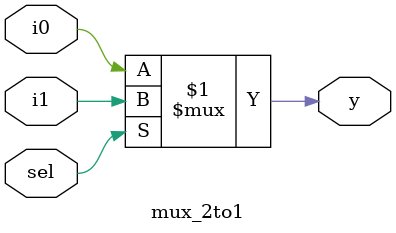
<source format=v>
module mux_2to1(
    input i0,
    input i1,
    input sel,
    output y
);
    assign y = sel ? i1 : i0;
endmodule
</source>
